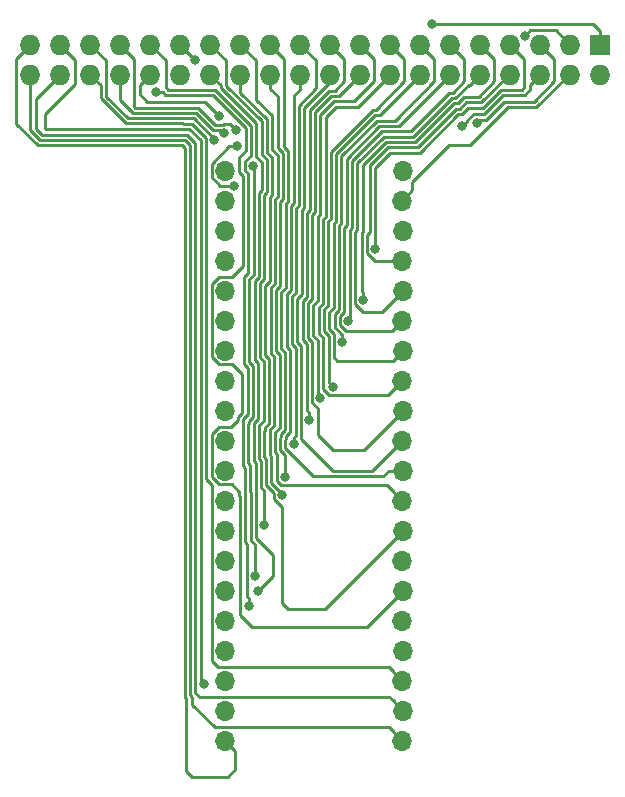
<source format=gtl>
G04 #@! TF.GenerationSoftware,KiCad,Pcbnew,(5.1.5)-3*
G04 #@! TF.CreationDate,2020-05-25T10:48:09-05:00*
G04 #@! TF.ProjectId,breakout_board_2x20,62726561-6b6f-4757-945f-626f6172645f,rev?*
G04 #@! TF.SameCoordinates,Original*
G04 #@! TF.FileFunction,Copper,L1,Top*
G04 #@! TF.FilePolarity,Positive*
%FSLAX46Y46*%
G04 Gerber Fmt 4.6, Leading zero omitted, Abs format (unit mm)*
G04 Created by KiCad (PCBNEW (5.1.5)-3) date 2020-05-25 10:48:09*
%MOMM*%
%LPD*%
G04 APERTURE LIST*
%ADD10O,1.700000X1.700000*%
%ADD11O,1.727200X1.727200*%
%ADD12R,1.727200X1.727200*%
%ADD13C,0.800000*%
%ADD14C,0.250000*%
G04 APERTURE END LIST*
D10*
X147320000Y-47498000D03*
X162331400Y-47498000D03*
X147320000Y-50038000D03*
X162306000Y-50038000D03*
X162331400Y-52578000D03*
X162306000Y-55118000D03*
X147320000Y-52578000D03*
X147320000Y-55118000D03*
X147320000Y-62738000D03*
X162306000Y-65278000D03*
X162331400Y-57658000D03*
X162306000Y-60198000D03*
X147320000Y-57658000D03*
X162331400Y-62738000D03*
X147320000Y-65278000D03*
X147320000Y-60198000D03*
X147320000Y-67818000D03*
X162306000Y-70358000D03*
X147320000Y-70358000D03*
X162331400Y-67818000D03*
X147320000Y-83058000D03*
X162306000Y-75438000D03*
X162306000Y-80518000D03*
X147320000Y-72898000D03*
X147320000Y-77978000D03*
X147320000Y-80518000D03*
X162331400Y-72898000D03*
X147320000Y-75438000D03*
X147320000Y-88138000D03*
X162331400Y-83058000D03*
X162306000Y-85598000D03*
X162306000Y-90678000D03*
X162331400Y-77978000D03*
X147320000Y-85598000D03*
X162331400Y-88138000D03*
X147320000Y-90678000D03*
X162306000Y-95758000D03*
X147320000Y-93218000D03*
X147320000Y-95758000D03*
X162331400Y-93218000D03*
D11*
X130810000Y-39370000D03*
X130810000Y-36830000D03*
X133350000Y-39370000D03*
X133350000Y-36830000D03*
X135890000Y-39370000D03*
X135890000Y-36830000D03*
X138430000Y-39370000D03*
X138430000Y-36830000D03*
X140970000Y-39370000D03*
X140970000Y-36830000D03*
X143510000Y-39370000D03*
X143510000Y-36830000D03*
X146050000Y-39370000D03*
X146050000Y-36830000D03*
X148590000Y-39370000D03*
X148590000Y-36830000D03*
X151130000Y-39370000D03*
X151130000Y-36830000D03*
X153670000Y-39370000D03*
X153670000Y-36830000D03*
X156210000Y-39370000D03*
X156210000Y-36830000D03*
X158750000Y-39370000D03*
X158750000Y-36830000D03*
X161290000Y-39370000D03*
X161290000Y-36830000D03*
X163830000Y-39370000D03*
X163830000Y-36830000D03*
X166370000Y-39370000D03*
X166370000Y-36830000D03*
X168910000Y-39370000D03*
X168910000Y-36830000D03*
X171450000Y-39370000D03*
X171450000Y-36830000D03*
X173990000Y-39370000D03*
X173990000Y-36830000D03*
X176530000Y-39370000D03*
X176530000Y-36830000D03*
X179070000Y-39370000D03*
D12*
X179070000Y-36830000D03*
D13*
X145542000Y-90932000D03*
X146395045Y-44886229D03*
X147228245Y-44325694D03*
X148195008Y-44069970D03*
X146777489Y-42881939D03*
X148294573Y-45447439D03*
X148071423Y-48766742D03*
X149352000Y-84328000D03*
X141430451Y-40851838D03*
X144780000Y-38100000D03*
X149860000Y-81788000D03*
X149670794Y-47096690D03*
X150114000Y-83058000D03*
X150626660Y-77474660D03*
X152146000Y-74930000D03*
X152395494Y-73410814D03*
X153129670Y-70636559D03*
X154432000Y-68580000D03*
X155368384Y-66788707D03*
X156464000Y-65786000D03*
X157226000Y-61976000D03*
X157734000Y-60198000D03*
X159004000Y-58420000D03*
X160020000Y-54102000D03*
X167386000Y-43759011D03*
X168656000Y-43434000D03*
X172720000Y-36068000D03*
X164846000Y-35052000D03*
D14*
X143654978Y-45369990D02*
X143869999Y-45585011D01*
X148169999Y-98210001D02*
X148169999Y-96607999D01*
X131473168Y-45369990D02*
X143654978Y-45369990D01*
X129621399Y-43518221D02*
X131473168Y-45369990D01*
X144526000Y-98806000D02*
X147574000Y-98806000D01*
X144018000Y-92204822D02*
X144018000Y-98298000D01*
X143869999Y-45585011D02*
X143869999Y-45979831D01*
X143869999Y-45979831D02*
X143879978Y-45989810D01*
X143879978Y-45989810D02*
X143879978Y-92066800D01*
X147574000Y-98806000D02*
X148169999Y-98210001D01*
X144018000Y-98298000D02*
X144526000Y-98806000D01*
X130810000Y-36830000D02*
X129621399Y-38018601D01*
X143879978Y-92066800D02*
X144018000Y-92204822D01*
X129621399Y-38018601D02*
X129621399Y-43518221D01*
X148169999Y-96607999D02*
X147320000Y-95758000D01*
X138678357Y-43942000D02*
X138700401Y-43964044D01*
X143520757Y-43964044D02*
X143542799Y-43986086D01*
X138700401Y-43964044D02*
X143520757Y-43964044D01*
X145220032Y-45420631D02*
X145244977Y-45445576D01*
X145288000Y-73877824D02*
X145288000Y-90678000D01*
X145288000Y-90678000D02*
X145542000Y-90932000D01*
X145220032Y-44943130D02*
X145220032Y-45420631D01*
X143542799Y-43986086D02*
X144262988Y-43986086D01*
X145244977Y-73834801D02*
X145288000Y-73877824D01*
X132080000Y-43942000D02*
X138678357Y-43942000D01*
X145244977Y-45445576D02*
X145244977Y-73834801D01*
X132080000Y-42672000D02*
X132080000Y-43942000D01*
X134620000Y-40132000D02*
X132080000Y-42672000D01*
X144262988Y-43986086D02*
X145220032Y-44943130D01*
X134620000Y-38100000D02*
X134620000Y-40132000D01*
X133350000Y-36830000D02*
X134620000Y-38100000D01*
X136753599Y-40233599D02*
X136753599Y-41380831D01*
X136753599Y-41380831D02*
X138886801Y-43514033D01*
X143707157Y-43514033D02*
X143729199Y-43536075D01*
X143729199Y-43536075D02*
X144449388Y-43536075D01*
X144449388Y-43536075D02*
X145670043Y-44756730D01*
X145670043Y-45229235D02*
X145694988Y-45254180D01*
X145670043Y-44756730D02*
X145670043Y-45229235D01*
X161456001Y-89828001D02*
X162306000Y-90678000D01*
X145694988Y-73648400D02*
X146144999Y-74098411D01*
X146652999Y-89502999D02*
X161130999Y-89502999D01*
X146144999Y-88994999D02*
X146652999Y-89502999D01*
X138886801Y-43514033D02*
X143707157Y-43514033D01*
X135890000Y-39370000D02*
X136753599Y-40233599D01*
X161130999Y-89502999D02*
X161456001Y-89828001D01*
X146144999Y-74098411D02*
X146144999Y-88994999D01*
X145694988Y-45254180D02*
X145694988Y-73648400D01*
X139073201Y-43064022D02*
X143893557Y-43064022D01*
X137241399Y-41232220D02*
X139073201Y-43064022D01*
X137241399Y-38181399D02*
X137241399Y-41232220D01*
X135890000Y-36830000D02*
X137241399Y-38181399D01*
X146395045Y-44845321D02*
X146395045Y-44886229D01*
X143915599Y-43086064D02*
X144635788Y-43086064D01*
X143893557Y-43064022D02*
X143915599Y-43086064D01*
X144635788Y-43086064D02*
X146395045Y-44845321D01*
X144101999Y-42636053D02*
X144822188Y-42636053D01*
X146959503Y-44056952D02*
X147228245Y-44325694D01*
X146243087Y-44056952D02*
X146959503Y-44056952D01*
X139513600Y-42614011D02*
X144079957Y-42614011D01*
X138430000Y-41530411D02*
X139513600Y-42614011D01*
X144822188Y-42636053D02*
X146243087Y-44056952D01*
X144079957Y-42614011D02*
X144101999Y-42636053D01*
X138430000Y-39370000D02*
X138430000Y-41530411D01*
X147189461Y-43542971D02*
X147668009Y-43542971D01*
X146429487Y-43606941D02*
X147125491Y-43606941D01*
X139618601Y-38018601D02*
X139618601Y-42082601D01*
X145008588Y-42186042D02*
X146429487Y-43606941D01*
X147668009Y-43542971D02*
X147795009Y-43669971D01*
X144288399Y-42186042D02*
X145008588Y-42186042D01*
X147125491Y-43606941D02*
X147189461Y-43542971D01*
X147795009Y-43669971D02*
X148195008Y-44069970D01*
X138430000Y-36830000D02*
X139618601Y-38018601D01*
X144266357Y-42164000D02*
X144288399Y-42186042D01*
X139700000Y-42164000D02*
X144266357Y-42164000D01*
X139618601Y-42082601D02*
X139700000Y-42164000D01*
X140970000Y-39370000D02*
X140106401Y-40233599D01*
X140106401Y-40233599D02*
X140106401Y-41046401D01*
X146377490Y-42481940D02*
X146777489Y-42881939D01*
X145631581Y-41736031D02*
X146377490Y-42481940D01*
X144474799Y-41736031D02*
X145631581Y-41736031D01*
X144394768Y-41656000D02*
X144474799Y-41736031D01*
X140716000Y-41656000D02*
X144394768Y-41656000D01*
X140106401Y-41046401D02*
X140716000Y-41656000D01*
X148294573Y-45447439D02*
X147631559Y-45447439D01*
X146144999Y-48062001D02*
X146849740Y-48766742D01*
X147631559Y-45447439D02*
X146144999Y-46933999D01*
X147505738Y-48766742D02*
X148071423Y-48766742D01*
X146144999Y-46933999D02*
X146144999Y-48062001D01*
X146849740Y-48766742D02*
X147505738Y-48766742D01*
X148945792Y-47444692D02*
X149250697Y-47749597D01*
X140970000Y-36830000D02*
X142321399Y-38181399D01*
X142321399Y-38181399D02*
X142321399Y-40467399D01*
X142321399Y-40467399D02*
X142494000Y-40640000D01*
X142494000Y-40640000D02*
X146426768Y-40640000D01*
X146426768Y-40640000D02*
X149481879Y-43695111D01*
X149481879Y-43695111D02*
X149481879Y-46212601D01*
X149481879Y-46212601D02*
X148945792Y-46748688D01*
X148945792Y-46748688D02*
X148945792Y-47444692D01*
X149250697Y-47749597D02*
X149250697Y-56152902D01*
X149250697Y-56152902D02*
X148908800Y-56494798D01*
X148908800Y-56494798D02*
X148908800Y-63901202D01*
X148908800Y-63901202D02*
X149206888Y-64199289D01*
X148804580Y-68797357D02*
X148804580Y-72475761D01*
X149206888Y-68148821D02*
X148836910Y-68518798D01*
X149352000Y-83762315D02*
X149352000Y-84328000D01*
X149134998Y-83545313D02*
X149352000Y-83762315D01*
X149134998Y-79090824D02*
X149134998Y-83545313D01*
X148996976Y-78952802D02*
X149134998Y-79090824D01*
X148996976Y-74903764D02*
X148996976Y-78952802D01*
X148970427Y-74877215D02*
X148996976Y-74903764D01*
X149206888Y-64199289D02*
X149206888Y-68148821D01*
X148970427Y-72641608D02*
X148970427Y-74877215D01*
X148804580Y-72475761D02*
X148970427Y-72641608D01*
X148836910Y-68765027D02*
X148804580Y-68797357D01*
X148836910Y-68518798D02*
X148836910Y-68765027D01*
X143510000Y-39370000D02*
X144018000Y-39370000D01*
X146755999Y-69182999D02*
X147782527Y-69182999D01*
X148386899Y-68578627D02*
X148386899Y-68332398D01*
X148386899Y-68332398D02*
X148697837Y-68021460D01*
X148697837Y-68021460D02*
X148697837Y-64726837D01*
X148697837Y-64726837D02*
X147884001Y-63913001D01*
X147884001Y-63913001D02*
X146755999Y-63913001D01*
X149031868Y-45855544D02*
X149031868Y-43881511D01*
X146755999Y-63913001D02*
X146144999Y-63302001D01*
X146144999Y-57093999D02*
X146755999Y-56482999D01*
X141996136Y-40851838D02*
X141430451Y-40851838D01*
X146240368Y-41090011D02*
X142234309Y-41090011D01*
X146144999Y-63302001D02*
X146144999Y-57093999D01*
X148495781Y-46391631D02*
X149031868Y-45855544D01*
X146144999Y-73462001D02*
X146144999Y-69793999D01*
X149031868Y-43881511D02*
X146240368Y-41090011D01*
X147782527Y-69182999D02*
X148386899Y-68578627D01*
X148495781Y-47631092D02*
X148495781Y-46391631D01*
X148495001Y-75038200D02*
X148495001Y-74684001D01*
X148800686Y-47935996D02*
X148495781Y-47631092D01*
X146144999Y-69793999D02*
X146755999Y-69182999D01*
X148800686Y-55566314D02*
X148800686Y-47935996D01*
X147884001Y-74073001D02*
X146755999Y-74073001D01*
X147884001Y-56482999D02*
X148800686Y-55566314D01*
X146755999Y-56482999D02*
X147884001Y-56482999D01*
X146755999Y-74073001D02*
X146144999Y-73462001D01*
X148495001Y-74684001D02*
X147884001Y-74073001D01*
X148546965Y-75090164D02*
X148495001Y-75038200D01*
X148546965Y-79139202D02*
X148546965Y-75090164D01*
X142234309Y-41090011D02*
X141996136Y-40851838D01*
X162331400Y-83058000D02*
X159283400Y-86106000D01*
X148590000Y-79182237D02*
X148546965Y-79139202D01*
X148590000Y-85090000D02*
X148590000Y-79182237D01*
X149606000Y-86106000D02*
X148590000Y-85090000D01*
X159283400Y-86106000D02*
X149606000Y-86106000D01*
X143510000Y-36830000D02*
X144780000Y-38100000D01*
X149860000Y-79179415D02*
X149446987Y-78766402D01*
X149358811Y-56681198D02*
X149728789Y-56311221D01*
X149860000Y-81788000D02*
X149860000Y-79179415D01*
X149446987Y-78766402D02*
X149446987Y-74717364D01*
X149446987Y-74717364D02*
X149420438Y-74690815D01*
X149420438Y-74690815D02*
X149420438Y-72455208D01*
X149656899Y-64012890D02*
X149358811Y-63714802D01*
X149728789Y-47154685D02*
X149670794Y-47096690D01*
X149286921Y-68705198D02*
X149656899Y-68335221D01*
X149656899Y-68335221D02*
X149656899Y-64012890D01*
X149358811Y-63714802D02*
X149358811Y-56681198D01*
X149728789Y-56311221D02*
X149728789Y-47154685D01*
X149420438Y-72455208D02*
X149254591Y-72289361D01*
X149286921Y-68951427D02*
X149286921Y-68705198D01*
X149254591Y-68983757D02*
X149286921Y-68951427D01*
X149254591Y-72289361D02*
X149254591Y-68983757D01*
X146913599Y-40490420D02*
X149931889Y-43508710D01*
X150395804Y-49162972D02*
X150178800Y-49379976D01*
X150178800Y-49379976D02*
X150178800Y-56497620D01*
X146050000Y-39370000D02*
X146913599Y-40233599D01*
X149808822Y-56867598D02*
X149808822Y-63528402D01*
X150106910Y-68521620D02*
X149736932Y-68891598D01*
X149896998Y-78580002D02*
X151384000Y-80067004D01*
X149808822Y-63528402D02*
X150106910Y-63826489D01*
X151384000Y-80067004D02*
X151384000Y-81788000D01*
X149736932Y-68891598D02*
X149736932Y-69137827D01*
X150513999Y-82658001D02*
X150114000Y-83058000D01*
X150178800Y-56497620D02*
X149808822Y-56867598D01*
X149896998Y-74530964D02*
X149896998Y-78580002D01*
X149870449Y-74504415D02*
X149896998Y-74530964D01*
X151384000Y-81788000D02*
X150513999Y-82658001D01*
X149704602Y-69170157D02*
X149704602Y-72102961D01*
X146913599Y-40233599D02*
X146913599Y-40490420D01*
X149704602Y-72102961D02*
X149870449Y-72268808D01*
X149736932Y-69137827D02*
X149704602Y-69170157D01*
X149931889Y-43508710D02*
X149931889Y-46313999D01*
X150395804Y-46777914D02*
X150395804Y-49162972D01*
X149931889Y-46313999D02*
X150395804Y-46777914D01*
X150106910Y-63826489D02*
X150106910Y-68521620D01*
X149870449Y-72268808D02*
X149870449Y-74504415D01*
X150320460Y-72082408D02*
X150320460Y-74318015D01*
X147401399Y-38181399D02*
X147401399Y-40341809D01*
X147401399Y-40341809D02*
X150381900Y-43322310D01*
X150845815Y-49349372D02*
X150628811Y-49566376D01*
X150154613Y-69356557D02*
X150154613Y-71916561D01*
X150258833Y-63342002D02*
X150556921Y-63640090D01*
X150556921Y-63640090D02*
X150556921Y-68708021D01*
X150186943Y-69324227D02*
X150154613Y-69356557D01*
X150258833Y-57053998D02*
X150258833Y-63342002D01*
X146050000Y-36830000D02*
X147401399Y-38181399D01*
X150845815Y-46591514D02*
X150845815Y-49349372D01*
X150626660Y-76908975D02*
X150626660Y-77474660D01*
X150626660Y-74624215D02*
X150626660Y-76908975D01*
X150320460Y-74318015D02*
X150626660Y-74624215D01*
X150154613Y-71916561D02*
X150320460Y-72082408D01*
X150186943Y-69077998D02*
X150186943Y-69324227D01*
X150628811Y-56684020D02*
X150258833Y-57053998D01*
X150628811Y-49566376D02*
X150628811Y-56684020D01*
X150381900Y-46127599D02*
X150845815Y-46591514D01*
X150381900Y-43322310D02*
X150381900Y-46127599D01*
X150556921Y-68708021D02*
X150186943Y-69077998D01*
X150636954Y-69264398D02*
X150636954Y-69510627D01*
X151295826Y-46405114D02*
X151295826Y-49535772D01*
X148590000Y-39370000D02*
X148590000Y-40894000D01*
X150831911Y-43135911D02*
X150831911Y-45941199D01*
X152146000Y-84074000D02*
X152654000Y-84582000D01*
X150770471Y-71896008D02*
X150770471Y-74131615D01*
X150770471Y-74131615D02*
X151420998Y-74782142D01*
X150604624Y-71730161D02*
X150770471Y-71896008D01*
X151078822Y-56870420D02*
X150708844Y-57240398D01*
X151078822Y-49752776D02*
X151078822Y-56870420D01*
X151006932Y-68894420D02*
X150636954Y-69264398D01*
X148590000Y-40894000D02*
X150831911Y-43135911D01*
X150636954Y-69510627D02*
X150604624Y-69542957D01*
X150604624Y-69542957D02*
X150604624Y-71730161D01*
X151006932Y-63453689D02*
X151006932Y-68894420D01*
X151420998Y-74782142D02*
X151420998Y-75278002D01*
X150831911Y-45941199D02*
X151295826Y-46405114D01*
X151295826Y-49535772D02*
X151078822Y-49752776D01*
X152146000Y-76003004D02*
X152146000Y-84074000D01*
X155727400Y-84582000D02*
X161481401Y-78827999D01*
X150708844Y-63155602D02*
X151006932Y-63453689D01*
X152654000Y-84582000D02*
X155727400Y-84582000D01*
X151420998Y-75278002D02*
X152146000Y-76003004D01*
X161481401Y-78827999D02*
X162331400Y-77978000D01*
X150708844Y-57240398D02*
X150708844Y-63155602D01*
X151281922Y-42826744D02*
X151281922Y-45754799D01*
X149941399Y-41486221D02*
X151281922Y-42826744D01*
X151745837Y-49722172D02*
X151528833Y-49939176D01*
X149941399Y-38181399D02*
X149941399Y-41486221D01*
X151220482Y-73945215D02*
X152146000Y-74870733D01*
X151745837Y-46218714D02*
X151745837Y-49722172D01*
X151281922Y-45754799D02*
X151745837Y-46218714D01*
X151528833Y-49939176D02*
X151528833Y-57056820D01*
X151528833Y-57056820D02*
X151158855Y-57426798D01*
X151456943Y-69080821D02*
X151086965Y-69450798D01*
X152146000Y-74870733D02*
X152146000Y-74930000D01*
X151086965Y-69450798D02*
X151086965Y-69697027D01*
X151158855Y-62969202D02*
X151456943Y-63267290D01*
X151054635Y-71543761D02*
X151220482Y-71709608D01*
X151086965Y-69697027D02*
X151054635Y-69729357D01*
X151054635Y-69729357D02*
X151054635Y-71543761D01*
X151158855Y-57426798D02*
X151158855Y-62969202D01*
X151220482Y-71709608D02*
X151220482Y-73945215D01*
X148590000Y-36830000D02*
X149941399Y-38181399D01*
X151456943Y-63267290D02*
X151456943Y-69080821D01*
X161003815Y-74135815D02*
X161456001Y-74588001D01*
X152047493Y-74135815D02*
X161003815Y-74135815D01*
X151130000Y-39370000D02*
X151130000Y-40591314D01*
X151731933Y-45568399D02*
X152195848Y-46032314D01*
X152195848Y-46032314D02*
X152195848Y-49908572D01*
X151536976Y-69637198D02*
X151536976Y-69883427D01*
X151504646Y-69915757D02*
X151504646Y-71357361D01*
X151670493Y-71523208D02*
X151670493Y-73758815D01*
X151670493Y-73758815D02*
X152047493Y-74135815D01*
X161456001Y-74588001D02*
X162306000Y-75438000D01*
X151906954Y-63080889D02*
X151906954Y-69267220D01*
X151504646Y-71357361D02*
X151670493Y-71523208D01*
X151906954Y-69267220D02*
X151536976Y-69637198D01*
X151536976Y-69883427D02*
X151504646Y-69915757D01*
X151608866Y-62782802D02*
X151906954Y-63080889D01*
X151608866Y-57613198D02*
X151608866Y-62782802D01*
X151978844Y-57243220D02*
X151608866Y-57613198D01*
X151978844Y-50125576D02*
X151978844Y-57243220D01*
X152195848Y-49908572D02*
X151978844Y-50125576D01*
X151130000Y-40591314D02*
X151731933Y-41193247D01*
X151731933Y-41193247D02*
X151731933Y-45568399D01*
X152318601Y-38018601D02*
X152318601Y-45518656D01*
X151130000Y-36830000D02*
X152318601Y-38018601D01*
X152395494Y-72845129D02*
X152395494Y-73410814D01*
X151954657Y-71170961D02*
X152395494Y-71611798D01*
X152428855Y-57429620D02*
X152058877Y-57799598D01*
X152058877Y-62596402D02*
X152356965Y-62894490D01*
X152356965Y-62894490D02*
X152356965Y-69453621D01*
X151986987Y-70069827D02*
X151954657Y-70102157D01*
X152645859Y-45845914D02*
X152645859Y-50094972D01*
X152645859Y-50094972D02*
X152428855Y-50311976D01*
X152318601Y-45518656D02*
X152645859Y-45845914D01*
X151954657Y-70102157D02*
X151954657Y-71170961D01*
X152428855Y-50311976D02*
X152428855Y-57429620D01*
X152058877Y-57799598D02*
X152058877Y-62596402D01*
X152395494Y-71611798D02*
X152395494Y-72845129D01*
X152356965Y-69453621D02*
X151986987Y-69823598D01*
X151986987Y-69823598D02*
X151986987Y-70069827D01*
X152436998Y-70256227D02*
X152404668Y-70288557D01*
X152508888Y-62410002D02*
X152806976Y-62708089D01*
X153670000Y-40591314D02*
X153095870Y-41165444D01*
X152806976Y-69640020D02*
X152436998Y-70009998D01*
X152404668Y-70984561D02*
X154768116Y-73348009D01*
X152508888Y-57985998D02*
X152508888Y-62410002D01*
X153670000Y-39370000D02*
X153670000Y-40591314D01*
X152404668Y-70288557D02*
X152404668Y-70984561D01*
X161129319Y-72898000D02*
X162331400Y-72898000D01*
X152878866Y-50498376D02*
X152878866Y-57616020D01*
X154768116Y-73348009D02*
X160679310Y-73348009D01*
X153095870Y-50281372D02*
X152878866Y-50498376D01*
X152806976Y-62708089D02*
X152806976Y-69640020D01*
X152878866Y-57616020D02*
X152508888Y-57985998D01*
X152436998Y-70009998D02*
X152436998Y-70256227D01*
X160679310Y-73348009D02*
X161129319Y-72898000D01*
X153095870Y-41165444D02*
X153095870Y-50281372D01*
X152958899Y-62223602D02*
X153256987Y-62521690D01*
X153256987Y-69943557D02*
X153129670Y-70070874D01*
X153545881Y-42022831D02*
X153545881Y-50467772D01*
X153328877Y-50684776D02*
X153328877Y-57802420D01*
X155021399Y-40547314D02*
X153545881Y-42022831D01*
X153129670Y-70070874D02*
X153129670Y-70636559D01*
X155021399Y-38181399D02*
X155021399Y-40547314D01*
X153256987Y-62521690D02*
X153256987Y-69943557D01*
X153545881Y-50467772D02*
X153328877Y-50684776D01*
X153328877Y-57802420D02*
X152958899Y-58172398D01*
X152958899Y-58172398D02*
X152958899Y-62223602D01*
X153670000Y-36830000D02*
X155021399Y-38181399D01*
X153995892Y-50654172D02*
X153778888Y-50871176D01*
X153778888Y-57988820D02*
X153408910Y-58358798D01*
X153995892Y-42209231D02*
X153995892Y-50654172D01*
X156210000Y-39370000D02*
X156210000Y-39995123D01*
X159766000Y-72898000D02*
X161456001Y-71207999D01*
X153408910Y-62037202D02*
X153706998Y-62335289D01*
X153778888Y-50871176D02*
X153778888Y-57988820D01*
X153706998Y-62335289D02*
X153706998Y-70198002D01*
X156210000Y-39995123D02*
X153995892Y-42209231D01*
X153706998Y-70198002D02*
X156406996Y-72898000D01*
X161456001Y-71207999D02*
X162306000Y-70358000D01*
X156406996Y-72898000D02*
X159766000Y-72898000D01*
X153408910Y-58358798D02*
X153408910Y-62037202D01*
X156107600Y-40733934D02*
X154445903Y-42395631D01*
X157398601Y-38018601D02*
X157398601Y-39950933D01*
X154228899Y-58175220D02*
X153858921Y-58545198D01*
X157398601Y-39950933D02*
X156615600Y-40733934D01*
X154432000Y-68014315D02*
X154432000Y-68580000D01*
X154193371Y-67775686D02*
X154432000Y-68014315D01*
X154228899Y-51057576D02*
X154228899Y-58175220D01*
X153858921Y-61850802D02*
X154193371Y-62185252D01*
X154445903Y-50840572D02*
X154228899Y-51057576D01*
X156615600Y-40733934D02*
X156107600Y-40733934D01*
X154193371Y-62185252D02*
X154193371Y-67775686D01*
X154445903Y-42395631D02*
X154445903Y-50840572D01*
X153858921Y-58545198D02*
X153858921Y-61850802D01*
X156210000Y-36830000D02*
X157398601Y-38018601D01*
X161481401Y-68667999D02*
X162331400Y-67818000D01*
X154895914Y-51026972D02*
X154678910Y-51243976D01*
X158750000Y-39370000D02*
X156936055Y-41183945D01*
X156464000Y-71120000D02*
X159029400Y-71120000D01*
X154643382Y-61998851D02*
X154643382Y-67136709D01*
X156294000Y-41183945D02*
X154895914Y-42582031D01*
X155194000Y-69850000D02*
X156464000Y-71120000D01*
X154308932Y-58731598D02*
X154308932Y-61664402D01*
X159029400Y-71120000D02*
X161481401Y-68667999D01*
X154678910Y-58361620D02*
X154308932Y-58731598D01*
X156936055Y-41183945D02*
X156294000Y-41183945D01*
X154643382Y-67136709D02*
X155194000Y-67687327D01*
X154678910Y-51243976D02*
X154678910Y-58361620D01*
X154308932Y-61664402D02*
X154643382Y-61998851D01*
X155194000Y-67687327D02*
X155194000Y-69850000D01*
X154895914Y-42582031D02*
X154895914Y-51026972D01*
X159938601Y-39940529D02*
X158245174Y-41633956D01*
X159938601Y-38018601D02*
X159938601Y-39940529D01*
X158245174Y-41633956D02*
X156480400Y-41633956D01*
X154758943Y-61478002D02*
X155150965Y-61870024D01*
X155150965Y-66571288D02*
X155368384Y-66788707D01*
X154758943Y-58917998D02*
X154758943Y-61478002D01*
X158750000Y-36830000D02*
X159938601Y-38018601D01*
X155345925Y-42768431D02*
X155345925Y-51213372D01*
X155128921Y-51430376D02*
X155128921Y-58548020D01*
X155128921Y-58548020D02*
X154758943Y-58917998D01*
X155150965Y-61870024D02*
X155150965Y-66571288D01*
X155345925Y-51213372D02*
X155128921Y-51430376D01*
X156480400Y-41633956D02*
X155345925Y-42768431D01*
X155208954Y-59104398D02*
X155208954Y-61291602D01*
X155600976Y-65995980D02*
X156115998Y-66511002D01*
X155795936Y-51399772D02*
X155578932Y-51616776D01*
X158576033Y-42083967D02*
X156666800Y-42083967D01*
X155578932Y-51616776D02*
X155578932Y-58734420D01*
X155578932Y-58734420D02*
X155208954Y-59104398D01*
X155795936Y-42954831D02*
X155795936Y-51399772D01*
X156666800Y-42083967D02*
X155795936Y-42954831D01*
X161290000Y-39370000D02*
X158576033Y-42083967D01*
X155208954Y-61291602D02*
X155600976Y-61683623D01*
X161072998Y-66511002D02*
X161456001Y-66127999D01*
X161456001Y-66127999D02*
X162306000Y-65278000D01*
X156115998Y-66511002D02*
X161072998Y-66511002D01*
X155600976Y-61683623D02*
X155600976Y-65995980D01*
X156050987Y-61497224D02*
X156050987Y-65372987D01*
X161290000Y-36830000D02*
X162478601Y-38018601D01*
X162478601Y-38018601D02*
X162478601Y-39940529D01*
X162478601Y-39940529D02*
X160045218Y-42373912D01*
X160045218Y-42373912D02*
X159798800Y-42373912D01*
X159798800Y-42373912D02*
X156245946Y-45926766D01*
X156245946Y-45926766D02*
X156245946Y-51586173D01*
X156245946Y-51586173D02*
X156028943Y-51803176D01*
X156028943Y-51803176D02*
X156028943Y-58920820D01*
X156028943Y-58920820D02*
X155658965Y-59290798D01*
X155658965Y-59290798D02*
X155658965Y-61105202D01*
X155658965Y-61105202D02*
X156050987Y-61497224D01*
X156050987Y-65372987D02*
X156064001Y-65386001D01*
X156064001Y-65386001D02*
X156464000Y-65786000D01*
X156805999Y-63587999D02*
X161481401Y-63587999D01*
X156500998Y-63282998D02*
X156805999Y-63587999D01*
X156108976Y-59477198D02*
X156108976Y-60918802D01*
X156500998Y-61310823D02*
X156500998Y-63282998D01*
X163830000Y-39370000D02*
X160376077Y-42823923D01*
X160376077Y-42823923D02*
X159985200Y-42823923D01*
X159985200Y-42823923D02*
X156695957Y-46113166D01*
X156695957Y-46113166D02*
X156695957Y-51772573D01*
X156695957Y-51772573D02*
X156478954Y-51989576D01*
X156478954Y-51989576D02*
X156478954Y-59107220D01*
X156478954Y-59107220D02*
X156108976Y-59477198D01*
X156108976Y-60918802D02*
X156500998Y-61310823D01*
X161481401Y-63587999D02*
X162331400Y-62738000D01*
X156928965Y-59293620D02*
X156558987Y-59663598D01*
X156928965Y-52175976D02*
X156928965Y-59293620D01*
X165018601Y-39940528D02*
X161685195Y-43273934D01*
X165018601Y-38018601D02*
X165018601Y-39940528D01*
X157145968Y-51958973D02*
X156928965Y-52175976D01*
X160171600Y-43273934D02*
X157145968Y-46299566D01*
X156558987Y-59663598D02*
X156558987Y-60732402D01*
X157145968Y-46299566D02*
X157145968Y-51958973D01*
X156558987Y-60732402D02*
X157226000Y-61399415D01*
X163830000Y-36830000D02*
X165018601Y-38018601D01*
X161685195Y-43273934D02*
X160171600Y-43273934D01*
X157226000Y-61399415D02*
X157226000Y-61410315D01*
X157226000Y-61410315D02*
X157226000Y-61976000D01*
X161456001Y-61047999D02*
X162306000Y-60198000D01*
X157510995Y-61047999D02*
X161456001Y-61047999D01*
X157008998Y-59849998D02*
X157008998Y-60546002D01*
X157378976Y-59480020D02*
X157008998Y-59849998D01*
X157378976Y-52362376D02*
X157378976Y-59480020D01*
X157595979Y-52145373D02*
X157378976Y-52362376D01*
X157595979Y-46485966D02*
X157595979Y-52145373D01*
X160358000Y-43723945D02*
X157595979Y-46485966D01*
X162016055Y-43723945D02*
X160358000Y-43723945D01*
X157008998Y-60546002D02*
X157510995Y-61047999D01*
X166370000Y-39370000D02*
X162016055Y-43723945D01*
X157828987Y-60103013D02*
X157734000Y-60198000D01*
X157828987Y-52548776D02*
X157828987Y-60103013D01*
X158045990Y-52331773D02*
X157828987Y-52548776D01*
X158045990Y-46672366D02*
X158045990Y-52331773D01*
X160544400Y-44173956D02*
X158045990Y-46672366D01*
X163027396Y-44173956D02*
X160544400Y-44173956D01*
X166292398Y-40908954D02*
X163027396Y-44173956D01*
X166600580Y-40908954D02*
X166292398Y-40908954D01*
X167558601Y-39950933D02*
X166600580Y-40908954D01*
X167558601Y-38018601D02*
X167558601Y-39950933D01*
X166370000Y-36830000D02*
X167558601Y-38018601D01*
X160553400Y-59436000D02*
X161481401Y-58507999D01*
X158946996Y-59436000D02*
X160553400Y-59436000D01*
X158278998Y-58768002D02*
X158946996Y-59436000D01*
X158496001Y-52518173D02*
X158278998Y-52735176D01*
X158496001Y-46858766D02*
X158496001Y-52518173D01*
X160730800Y-44623967D02*
X158496001Y-46858766D01*
X163213796Y-44623967D02*
X160730800Y-44623967D01*
X166786981Y-41358965D02*
X166478798Y-41358965D01*
X167912347Y-40233599D02*
X166786981Y-41358965D01*
X168046401Y-40233599D02*
X167912347Y-40233599D01*
X166478798Y-41358965D02*
X163213796Y-44623967D01*
X168910000Y-39370000D02*
X168046401Y-40233599D01*
X161481401Y-58507999D02*
X162331400Y-57658000D01*
X158278998Y-52735176D02*
X158278998Y-58768002D01*
X159004000Y-57854315D02*
X159004000Y-58420000D01*
X158844987Y-57695302D02*
X159004000Y-57854315D01*
X170098601Y-38018601D02*
X170098601Y-39940529D01*
X160917200Y-45073978D02*
X159004000Y-46987178D01*
X159004000Y-46987178D02*
X159004000Y-52646585D01*
X158844987Y-52805598D02*
X158844987Y-57695302D01*
X166665198Y-41808976D02*
X163400196Y-45073978D01*
X168910000Y-36830000D02*
X170098601Y-38018601D01*
X159004000Y-52646585D02*
X158844987Y-52805598D01*
X170098601Y-39940529D02*
X168775152Y-41263977D01*
X168775152Y-41263977D02*
X167518379Y-41263977D01*
X167518379Y-41263977D02*
X166973380Y-41808976D01*
X166973380Y-41808976D02*
X166665198Y-41808976D01*
X163400196Y-45073978D02*
X160917200Y-45073978D01*
X171450000Y-39370000D02*
X171305540Y-39370000D01*
X161103600Y-45523989D02*
X159569989Y-47057600D01*
X159294998Y-54450002D02*
X159962996Y-55118000D01*
X159569989Y-47057600D02*
X159569989Y-52717007D01*
X167159781Y-42258987D02*
X166851598Y-42258987D01*
X159962996Y-55118000D02*
X161103919Y-55118000D01*
X171305540Y-39370000D02*
X168961551Y-41713988D01*
X168961551Y-41713988D02*
X167704780Y-41713988D01*
X163586596Y-45523989D02*
X161103600Y-45523989D01*
X166851598Y-42258987D02*
X163586596Y-45523989D01*
X159569989Y-52717007D02*
X159294998Y-52991998D01*
X159294998Y-52991998D02*
X159294998Y-54450002D01*
X161103919Y-55118000D02*
X162306000Y-55118000D01*
X167704780Y-41713988D02*
X167159781Y-42258987D01*
X160020000Y-47244000D02*
X160020000Y-53536315D01*
X161290000Y-45974000D02*
X160020000Y-47244000D01*
X167037998Y-42708998D02*
X163772996Y-45974000D01*
X167891179Y-42163999D02*
X167346180Y-42708998D01*
X169147950Y-42163999D02*
X167891179Y-42163999D01*
X170671950Y-40639999D02*
X169147950Y-42163999D01*
X163772996Y-45974000D02*
X161290000Y-45974000D01*
X172638600Y-40467400D02*
X172466001Y-40639999D01*
X167346180Y-42708998D02*
X167037998Y-42708998D01*
X171450000Y-36830000D02*
X172638601Y-38018601D01*
X172466001Y-40639999D02*
X170671950Y-40639999D01*
X172638601Y-38018601D02*
X172638600Y-40467400D01*
X160020000Y-53536315D02*
X160020000Y-54102000D01*
X173126401Y-40616009D02*
X172652400Y-41090010D01*
X173126401Y-40233599D02*
X173126401Y-40616009D01*
X173990000Y-39370000D02*
X173126401Y-40233599D01*
X170858350Y-41090010D02*
X169239362Y-42708998D01*
X172652400Y-41090010D02*
X170858350Y-41090010D01*
X169239362Y-42708998D02*
X168328012Y-42708998D01*
X167785999Y-43251011D02*
X167785999Y-43359012D01*
X168328012Y-42708998D02*
X167785999Y-43251011D01*
X167785999Y-43359012D02*
X167386000Y-43759011D01*
X173463130Y-41656000D02*
X170942000Y-41656000D01*
X173990000Y-36830000D02*
X175178601Y-38018601D01*
X168910000Y-43180000D02*
X168656000Y-43434000D01*
X169418000Y-43180000D02*
X168910000Y-43180000D01*
X175178601Y-39940529D02*
X173463130Y-41656000D01*
X175178601Y-38018601D02*
X175178601Y-39940529D01*
X170942000Y-41656000D02*
X169418000Y-43180000D01*
X167990010Y-45369990D02*
X166225022Y-45369990D01*
X163155999Y-49188001D02*
X162306000Y-50038000D01*
X171253990Y-42106010D02*
X167990010Y-45369990D01*
X173649530Y-42106010D02*
X171253990Y-42106010D01*
X176530000Y-39370000D02*
X176385540Y-39370000D01*
X176385540Y-39370000D02*
X173649530Y-42106010D01*
X166225022Y-45369990D02*
X163155999Y-48439013D01*
X163155999Y-48439013D02*
X163155999Y-49188001D01*
X173146601Y-35641399D02*
X172720000Y-36068000D01*
X176530000Y-36830000D02*
X175341399Y-35641399D01*
X175341399Y-35641399D02*
X173146601Y-35641399D01*
X178405600Y-35052000D02*
X164846000Y-35052000D01*
X179070000Y-36830000D02*
X179070000Y-35716400D01*
X179070000Y-35716400D02*
X178405600Y-35052000D01*
X130810000Y-39370000D02*
X130810000Y-44070411D01*
X161130999Y-94582999D02*
X161456001Y-94908001D01*
X143904093Y-44900011D02*
X144320010Y-45315929D01*
X144526000Y-92076411D02*
X144526000Y-92710000D01*
X144329989Y-45803410D02*
X144329989Y-91880400D01*
X130810000Y-44070411D02*
X131639600Y-44900011D01*
X146398999Y-94582999D02*
X161130999Y-94582999D01*
X161456001Y-94908001D02*
X162306000Y-95758000D01*
X144526000Y-92710000D02*
X146398999Y-94582999D01*
X144320010Y-45315929D02*
X144320010Y-45793431D01*
X131639600Y-44900011D02*
X143904093Y-44900011D01*
X144329989Y-91880400D02*
X144526000Y-92076411D01*
X144320010Y-45793431D02*
X144329989Y-45803410D01*
X131826000Y-44450000D02*
X144090492Y-44450000D01*
X161481401Y-92368001D02*
X162331400Y-93218000D01*
X144090492Y-44450000D02*
X144770021Y-45129529D01*
X145128999Y-92042999D02*
X161156399Y-92042999D01*
X144780000Y-91694000D02*
X145128999Y-92042999D01*
X133350000Y-39370000D02*
X131318000Y-41402000D01*
X131318000Y-41402000D02*
X131318000Y-43942000D01*
X131318000Y-43942000D02*
X131826000Y-44450000D01*
X144770021Y-45607031D02*
X144780000Y-45617010D01*
X161156399Y-92042999D02*
X161481401Y-92368001D01*
X144780000Y-45617010D02*
X144780000Y-91694000D01*
X144770021Y-45129529D02*
X144770021Y-45607031D01*
M02*

</source>
